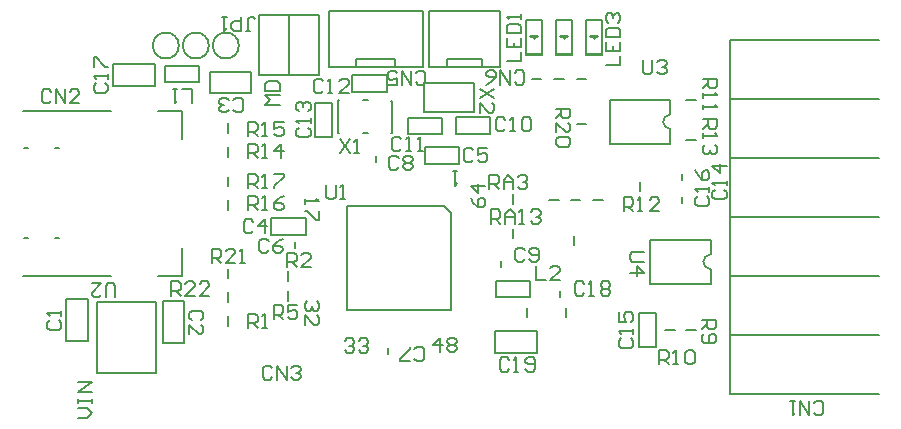
<source format=gto>
%FSLAX43Y43*%
%MOMM*%
G71*
G01*
G75*
G04 Layer_Color=65535*
%ADD10R,0.800X0.900*%
%ADD11R,2.880X1.120*%
%ADD12R,0.900X1.270*%
%ADD13R,1.000X1.800*%
%ADD14R,1.400X1.200*%
%ADD15R,0.300X1.600*%
%ADD16R,1.600X0.300*%
%ADD17R,0.900X0.800*%
%ADD18R,0.508X0.559*%
%ADD19R,1.270X0.900*%
G04:AMPARAMS|DCode=20|XSize=1.9mm|YSize=3.3mm|CornerRadius=0mm|HoleSize=0mm|Usage=FLASHONLY|Rotation=180.000|XOffset=0mm|YOffset=0mm|HoleType=Round|Shape=Octagon|*
%AMOCTAGOND20*
4,1,8,0.475,-1.650,-0.475,-1.650,-0.950,-1.175,-0.950,1.175,-0.475,1.650,0.475,1.650,0.950,1.175,0.950,-1.175,0.475,-1.650,0.0*
%
%ADD20OCTAGOND20*%

%ADD21R,0.700X1.800*%
%ADD22R,0.700X1.350*%
%ADD23R,0.800X0.800*%
%ADD24R,1.600X2.200*%
%ADD25R,1.350X0.400*%
%ADD26R,1.900X1.900*%
%ADD27R,1.900X1.800*%
%ADD28R,0.600X1.400*%
%ADD29R,1.800X2.500*%
%ADD30C,0.200*%
%ADD31C,0.400*%
%ADD32C,0.300*%
%ADD33R,0.550X11.375*%
%ADD34R,0.550X2.225*%
%ADD35R,0.550X2.300*%
%ADD36R,1.975X0.550*%
%ADD37R,1.400X0.400*%
%ADD38R,0.400X1.400*%
%ADD39R,1.400X0.400*%
%ADD40R,2.150X0.500*%
%ADD41R,0.500X2.150*%
%ADD42C,0.600*%
%ADD43C,3.200*%
%ADD44C,1.000*%
%ADD45C,1.500*%
%ADD46C,1.700*%
%ADD47C,2.000*%
%ADD48C,1.800*%
%ADD49R,1.143X1.270*%
%ADD50R,4.800X0.650*%
%ADD51R,0.650X4.800*%
%ADD52R,3.175X0.650*%
%ADD53R,0.500X3.425*%
%ADD54R,3.625X0.600*%
%ADD55R,0.600X3.625*%
%ADD56C,0.254*%
D30*
X109150Y90517D02*
G03*
X109150Y89283I0J-617D01*
G01*
X105750Y102367D02*
G03*
X105750Y101133I0J-617D01*
G01*
X64120Y108200D02*
G03*
X64120Y108200I-1100J0D01*
G01*
X69200D02*
G03*
X69200Y108200I-1100J0D01*
G01*
X66660D02*
G03*
X66660Y108200I-1100J0D01*
G01*
X73400Y86594D02*
Y87406D01*
X50900Y88700D02*
X58400D01*
X50900Y102700D02*
X58400D01*
X64400Y100300D02*
Y102700D01*
X62400Y88700D02*
X64400D01*
X62400Y102700D02*
X64400D01*
Y88700D02*
Y91100D01*
X90950Y86900D02*
X93850D01*
Y88300D01*
X90950D02*
X93850D01*
X90950Y86900D02*
Y88300D01*
X90900Y82200D02*
Y84000D01*
X94450Y82200D02*
Y84000D01*
X90900D02*
X94450D01*
X90900Y82200D02*
X94450D01*
X87575Y100725D02*
Y102125D01*
X90475D01*
Y100725D02*
Y102125D01*
X87575Y100725D02*
X90475D01*
X84900Y102600D02*
Y105000D01*
X89100Y102600D02*
Y105000D01*
X84900D02*
X89100D01*
X84900Y102600D02*
X89100D01*
X81725Y104300D02*
Y105700D01*
X78825Y104300D02*
X81725D01*
X78825D02*
Y105700D01*
X81725D01*
X77600Y103600D02*
X77700D01*
X77600Y100800D02*
X77700D01*
X82100D02*
X82200D01*
X82100Y103500D02*
X82200Y103400D01*
X77600Y100800D02*
Y103600D01*
X79700D02*
X80100D01*
X82200Y100800D02*
Y103400D01*
X79700Y100800D02*
X80100D01*
X78400Y85800D02*
Y94600D01*
X87200Y85800D02*
Y94000D01*
X78400Y94600D02*
X86600D01*
X78400Y85800D02*
X87200D01*
X86600Y94600D02*
X87200Y94000D01*
X75675Y100475D02*
X77075D01*
X75675D02*
Y103375D01*
X77075D01*
Y100475D02*
Y103375D01*
X68300Y98794D02*
Y99606D01*
Y100794D02*
Y101606D01*
Y96294D02*
Y97106D01*
Y94269D02*
Y95081D01*
X74850Y92200D02*
Y93600D01*
X71950Y92200D02*
X74850D01*
X71950D02*
Y93600D01*
X74850D01*
X68300Y88494D02*
Y89306D01*
Y86494D02*
Y87306D01*
Y84494D02*
Y85306D01*
X103100Y82650D02*
X104500D01*
X103100D02*
Y85550D01*
X104500D01*
Y82650D02*
Y85550D01*
X105294Y84100D02*
X106106D01*
X107094D02*
X107906D01*
X87850Y98200D02*
Y99600D01*
X84950Y98200D02*
X87850D01*
X84950D02*
Y99600D01*
X87850D01*
X91400Y89446D02*
Y89954D01*
X56400Y83225D02*
Y86775D01*
X54600Y83225D02*
Y86775D01*
X56400D01*
X54600Y83225D02*
X56400D01*
X57200Y86512D02*
X62200D01*
Y80513D02*
Y86512D01*
X57200Y80513D02*
X62200D01*
X57200D02*
Y86512D01*
X62800Y83025D02*
Y86575D01*
X64600Y83025D02*
Y86575D01*
X62800Y83025D02*
X64600D01*
X62800Y86575D02*
X64600D01*
X99194Y95100D02*
X100006D01*
X97294D02*
X98106D01*
X95494D02*
X96306D01*
X93600Y85194D02*
Y86006D01*
X96900Y85194D02*
Y86006D01*
X93994Y105400D02*
X94806D01*
X96035Y107425D02*
X97385D01*
X96035Y110325D02*
X97385D01*
X96035Y107425D02*
Y110325D01*
X97385Y107425D02*
Y110325D01*
X96035Y107525D02*
X97385D01*
X95894Y105400D02*
X96706D01*
X51050Y99500D02*
X51350D01*
X51050Y91900D02*
X51350D01*
X53675Y99500D02*
X53975D01*
X53675Y91900D02*
X53975D01*
X97794Y105400D02*
X98606D01*
X97600Y91294D02*
Y92106D01*
X109150Y90517D02*
Y91750D01*
Y88050D02*
Y89283D01*
X104050Y88050D02*
Y91750D01*
X109150D01*
X104050Y88050D02*
X109150D01*
X105750Y102367D02*
Y103600D01*
Y99900D02*
Y101133D01*
X100650Y99900D02*
Y103600D01*
X105750D01*
X100650Y99900D02*
X105750D01*
X97794Y101600D02*
X98606D01*
X107094Y100200D02*
X107906D01*
X107094Y103600D02*
X107906D01*
X98575Y107525D02*
X99925D01*
Y107425D02*
Y110325D01*
X98575Y107425D02*
Y110325D01*
X99925D01*
X98575Y107425D02*
X99925D01*
X103200Y95869D02*
Y96681D01*
X92375Y91869D02*
Y92681D01*
X92400Y94794D02*
Y95606D01*
X66725Y104200D02*
X70275D01*
X66725Y106000D02*
X70275D01*
Y104200D02*
Y106000D01*
X66725Y104200D02*
Y106000D01*
X62950Y105100D02*
Y106500D01*
X65850D01*
Y105100D02*
Y106500D01*
X62950Y105100D02*
X65850D01*
X58525Y106600D02*
X62075D01*
X58525Y104800D02*
X62075D01*
X58525D02*
Y106600D01*
X62075Y104800D02*
Y106600D01*
X86800Y106400D02*
Y107100D01*
X85300Y111100D02*
X91300D01*
X85300Y106400D02*
X91300D01*
Y111100D01*
X85300Y106400D02*
Y111100D01*
X86800Y107100D02*
X89800D01*
Y106400D02*
Y107100D01*
X73400Y88294D02*
Y89106D01*
X79100Y106400D02*
Y107100D01*
X76800Y111100D02*
X84800D01*
X76800Y106400D02*
X84800D01*
Y111100D01*
X76800Y106400D02*
Y111100D01*
X79100Y107100D02*
X82400D01*
Y106400D02*
Y107100D01*
X96400Y86946D02*
Y87454D01*
X80775Y98371D02*
Y98879D01*
X74000Y91046D02*
Y91554D01*
X81850Y82046D02*
Y82554D01*
X106700Y94846D02*
Y95354D01*
Y96846D02*
Y97354D01*
X86400Y100700D02*
Y102100D01*
X83500Y100700D02*
X86400D01*
X83500D02*
Y102100D01*
X86400D01*
X110800Y83700D02*
X123400D01*
X110800Y78700D02*
X123400D01*
X110800Y108700D02*
X123400D01*
X110800Y78700D02*
Y108700D01*
Y88700D02*
X123400D01*
X110800Y93700D02*
X123400D01*
X110800Y98700D02*
X123400D01*
X110800Y103700D02*
X123400D01*
X76010Y105680D02*
Y110760D01*
X70930Y105680D02*
Y110760D01*
X76000D01*
X70930Y105680D02*
X76000D01*
X73470D02*
Y110760D01*
X93495Y107425D02*
X94845D01*
X93495Y110325D02*
X94845D01*
X93495Y107425D02*
Y110325D01*
X94845Y107425D02*
Y110325D01*
X93495Y107525D02*
X94845D01*
X63475Y87025D02*
Y88225D01*
X64075D01*
X64275Y88025D01*
Y87625D01*
X64075Y87425D01*
X63475D01*
X63875D02*
X64275Y87025D01*
X65474D02*
X64675D01*
X65474Y87825D01*
Y88025D01*
X65274Y88225D01*
X64875D01*
X64675Y88025D01*
X66674Y87025D02*
X65874D01*
X66674Y87825D01*
Y88025D01*
X66474Y88225D01*
X66074D01*
X65874Y88025D01*
X66900Y89800D02*
Y91000D01*
X67500D01*
X67700Y90800D01*
Y90400D01*
X67500Y90200D01*
X66900D01*
X67300D02*
X67700Y89800D01*
X68899D02*
X68100D01*
X68899Y90600D01*
Y90800D01*
X68699Y91000D01*
X68300D01*
X68100Y90800D01*
X69299Y89800D02*
X69699D01*
X69499D01*
Y91000D01*
X69299Y90800D01*
X90800Y104525D02*
X89600Y103725D01*
X90800D02*
X89600Y104525D01*
Y102526D02*
Y103325D01*
X90400Y102526D01*
X90600D01*
X90800Y102726D01*
Y103125D01*
X90600Y103325D01*
X77775Y100275D02*
X78575Y99075D01*
Y100275D02*
X77775Y99075D01*
X78975D02*
X79374D01*
X79175D01*
Y100275D01*
X78975Y100075D01*
X103500Y90700D02*
X102500D01*
X102300Y90500D01*
Y90100D01*
X102500Y89900D01*
X103500D01*
X102300Y88901D02*
X103500D01*
X102900Y89500D01*
Y88701D01*
X103425Y107000D02*
Y106000D01*
X103625Y105800D01*
X104025D01*
X104225Y106000D01*
Y107000D01*
X104625Y106800D02*
X104825Y107000D01*
X105224D01*
X105424Y106800D01*
Y106600D01*
X105224Y106400D01*
X105024D01*
X105224D01*
X105424Y106200D01*
Y106000D01*
X105224Y105800D01*
X104825D01*
X104625Y106000D01*
X58750Y86875D02*
Y87875D01*
X58550Y88075D01*
X58150D01*
X57950Y87875D01*
Y86875D01*
X56751Y88075D02*
X57550D01*
X56751Y87275D01*
Y87075D01*
X56951Y86875D01*
X57350D01*
X57550Y87075D01*
X76600Y96400D02*
Y95400D01*
X76800Y95200D01*
X77200D01*
X77400Y95400D01*
Y96400D01*
X77800Y95200D02*
X78199D01*
X78000D01*
Y96400D01*
X77800Y96200D01*
X90550Y93125D02*
Y94325D01*
X91150D01*
X91350Y94125D01*
Y93725D01*
X91150Y93525D01*
X90550D01*
X90950D02*
X91350Y93125D01*
X91750D02*
Y93925D01*
X92149Y94325D01*
X92549Y93925D01*
Y93125D01*
Y93725D01*
X91750D01*
X92949Y93125D02*
X93349D01*
X93149D01*
Y94325D01*
X92949Y94125D01*
X93949D02*
X94149Y94325D01*
X94549D01*
X94749Y94125D01*
Y93925D01*
X94549Y93725D01*
X94349D01*
X94549D01*
X94749Y93525D01*
Y93325D01*
X94549Y93125D01*
X94149D01*
X93949Y93325D01*
X90425Y96050D02*
Y97250D01*
X91025D01*
X91225Y97050D01*
Y96650D01*
X91025Y96450D01*
X90425D01*
X90825D02*
X91225Y96050D01*
X91625D02*
Y96850D01*
X92024Y97250D01*
X92424Y96850D01*
Y96050D01*
Y96650D01*
X91625D01*
X92824Y97050D02*
X93024Y97250D01*
X93424D01*
X93624Y97050D01*
Y96850D01*
X93424Y96650D01*
X93224D01*
X93424D01*
X93624Y96450D01*
Y96250D01*
X93424Y96050D01*
X93024D01*
X92824Y96250D01*
X70000Y96100D02*
Y97300D01*
X70600D01*
X70800Y97100D01*
Y96700D01*
X70600Y96500D01*
X70000D01*
X70400D02*
X70800Y96100D01*
X71200D02*
X71599D01*
X71400D01*
Y97300D01*
X71200Y97100D01*
X72199Y97300D02*
X72999D01*
Y97100D01*
X72199Y96300D01*
Y96100D01*
X70000Y94275D02*
Y95475D01*
X70600D01*
X70800Y95275D01*
Y94875D01*
X70600Y94675D01*
X70000D01*
X70400D02*
X70800Y94275D01*
X71200D02*
X71599D01*
X71400D01*
Y95475D01*
X71200Y95275D01*
X72999Y95475D02*
X72599Y95275D01*
X72199Y94875D01*
Y94475D01*
X72399Y94275D01*
X72799D01*
X72999Y94475D01*
Y94675D01*
X72799Y94875D01*
X72199D01*
X70000Y100500D02*
Y101700D01*
X70600D01*
X70800Y101500D01*
Y101100D01*
X70600Y100900D01*
X70000D01*
X70400D02*
X70800Y100500D01*
X71200D02*
X71599D01*
X71400D01*
Y101700D01*
X71200Y101500D01*
X72999Y101700D02*
X72199D01*
Y101100D01*
X72599Y101300D01*
X72799D01*
X72999Y101100D01*
Y100700D01*
X72799Y100500D01*
X72399D01*
X72199Y100700D01*
X70000Y98700D02*
Y99900D01*
X70600D01*
X70800Y99700D01*
Y99300D01*
X70600Y99100D01*
X70000D01*
X70400D02*
X70800Y98700D01*
X71200D02*
X71599D01*
X71400D01*
Y99900D01*
X71200Y99700D01*
X72799Y98700D02*
Y99900D01*
X72199Y99300D01*
X72999D01*
X96075Y102850D02*
X97275D01*
Y102250D01*
X97075Y102050D01*
X96675D01*
X96475Y102250D01*
Y102850D01*
Y102450D02*
X96075Y102050D01*
Y100851D02*
Y101650D01*
X96875Y100851D01*
X97075D01*
X97275Y101051D01*
Y101450D01*
X97075Y101650D01*
Y100451D02*
X97275Y100251D01*
Y99851D01*
X97075Y99651D01*
X96275D01*
X96075Y99851D01*
Y100251D01*
X96275Y100451D01*
X97075D01*
X101775Y94150D02*
Y95350D01*
X102375D01*
X102575Y95150D01*
Y94750D01*
X102375Y94550D01*
X101775D01*
X102175D02*
X102575Y94150D01*
X102975D02*
X103374D01*
X103175D01*
Y95350D01*
X102975Y95150D01*
X104774Y94150D02*
X103974D01*
X104774Y94950D01*
Y95150D01*
X104574Y95350D01*
X104174D01*
X103974Y95150D01*
X108500Y105400D02*
X109700D01*
Y104800D01*
X109500Y104600D01*
X109100D01*
X108900Y104800D01*
Y105400D01*
Y105000D02*
X108500Y104600D01*
Y104200D02*
Y103801D01*
Y104000D01*
X109700D01*
X109500Y104200D01*
X108500Y103201D02*
Y102801D01*
Y103001D01*
X109700D01*
X109500Y103201D01*
X108500Y101975D02*
X109700D01*
Y101375D01*
X109500Y101175D01*
X109100D01*
X108900Y101375D01*
Y101975D01*
Y101575D02*
X108500Y101175D01*
Y100775D02*
Y100376D01*
Y100575D01*
X109700D01*
X109500Y100775D01*
Y99776D02*
X109700Y99576D01*
Y99176D01*
X109500Y98976D01*
X109300D01*
X109100Y99176D01*
Y99376D01*
Y99176D01*
X108900Y98976D01*
X108700D01*
X108500Y99176D01*
Y99576D01*
X108700Y99776D01*
X108400Y85000D02*
X109600D01*
Y84400D01*
X109400Y84200D01*
X109000D01*
X108800Y84400D01*
Y85000D01*
Y84600D02*
X108400Y84200D01*
X108600Y83800D02*
X108400Y83600D01*
Y83201D01*
X108600Y83001D01*
X109400D01*
X109600Y83201D01*
Y83600D01*
X109400Y83800D01*
X109200D01*
X109000Y83600D01*
Y83001D01*
X72150Y85025D02*
Y86225D01*
X72750D01*
X72950Y86025D01*
Y85625D01*
X72750Y85425D01*
X72150D01*
X72550D02*
X72950Y85025D01*
X74149Y86225D02*
X73350D01*
Y85625D01*
X73749Y85825D01*
X73949D01*
X74149Y85625D01*
Y85225D01*
X73949Y85025D01*
X73550D01*
X73350Y85225D01*
X73300Y89450D02*
Y90650D01*
X73900D01*
X74100Y90450D01*
Y90050D01*
X73900Y89850D01*
X73300D01*
X73700D02*
X74100Y89450D01*
X75299D02*
X74500D01*
X75299Y90250D01*
Y90450D01*
X75099Y90650D01*
X74700D01*
X74500Y90450D01*
X70000Y84300D02*
Y85500D01*
X70600D01*
X70800Y85300D01*
Y84900D01*
X70600Y84700D01*
X70000D01*
X70400D02*
X70800Y84300D01*
X71200D02*
X71599D01*
X71400D01*
Y85500D01*
X71200Y85300D01*
X91875Y106850D02*
X93075D01*
Y107650D01*
X91875Y108849D02*
Y108050D01*
X93075D01*
Y108849D01*
X92475Y108050D02*
Y108449D01*
X91875Y109249D02*
X93075D01*
Y109849D01*
X92875Y110049D01*
X92075D01*
X91875Y109849D01*
Y109249D01*
X93075Y110449D02*
Y110849D01*
Y110649D01*
X91875D01*
X92075Y110449D01*
X65200Y103300D02*
Y104500D01*
X64400D01*
X64000D02*
X63601D01*
X63800D01*
Y103300D01*
X64000Y103500D01*
X69780Y109450D02*
X70180D01*
X69980D01*
Y110450D01*
X70180Y110650D01*
X70380D01*
X70580Y110450D01*
X69380Y110650D02*
Y109450D01*
X68781D01*
X68581Y109650D01*
Y110050D01*
X68781Y110250D01*
X69380D01*
X68181Y110650D02*
X67781D01*
X67981D01*
Y109450D01*
X68181Y109650D01*
X92550Y105100D02*
X92750Y104900D01*
X93150D01*
X93350Y105100D01*
Y105900D01*
X93150Y106100D01*
X92750D01*
X92550Y105900D01*
X92150Y106100D02*
Y104900D01*
X91351Y106100D01*
Y104900D01*
X90151D02*
X90551Y105100D01*
X90951Y105500D01*
Y105900D01*
X90751Y106100D01*
X90351D01*
X90151Y105900D01*
Y105700D01*
X90351Y105500D01*
X90951D01*
X84200Y105075D02*
X84400Y104875D01*
X84800D01*
X85000Y105075D01*
Y105875D01*
X84800Y106075D01*
X84400D01*
X84200Y105875D01*
X83800Y106075D02*
Y104875D01*
X83001Y106075D01*
Y104875D01*
X81801D02*
X82601D01*
Y105475D01*
X82201Y105275D01*
X82001D01*
X81801Y105475D01*
Y105875D01*
X82001Y106075D01*
X82401D01*
X82601Y105875D01*
X72050Y80900D02*
X71850Y81100D01*
X71450D01*
X71250Y80900D01*
Y80100D01*
X71450Y79900D01*
X71850D01*
X72050Y80100D01*
X72450Y79900D02*
Y81100D01*
X73249Y79900D01*
Y81100D01*
X73649Y80900D02*
X73849Y81100D01*
X74249D01*
X74449Y80900D01*
Y80700D01*
X74249Y80500D01*
X74049D01*
X74249D01*
X74449Y80300D01*
Y80100D01*
X74249Y79900D01*
X73849D01*
X73649Y80100D01*
X53300Y104300D02*
X53100Y104500D01*
X52700D01*
X52500Y104300D01*
Y103500D01*
X52700Y103300D01*
X53100D01*
X53300Y103500D01*
X53700Y103300D02*
Y104500D01*
X54499Y103300D01*
Y104500D01*
X55699Y103300D02*
X54899D01*
X55699Y104100D01*
Y104300D01*
X55499Y104500D01*
X55099D01*
X54899Y104300D01*
X117900Y77100D02*
X118100Y76900D01*
X118500D01*
X118700Y77100D01*
Y77900D01*
X118500Y78100D01*
X118100D01*
X117900Y77900D01*
X117500Y78100D02*
Y76900D01*
X116701Y78100D01*
Y76900D01*
X116301Y78100D02*
X115901D01*
X116101D01*
Y76900D01*
X116301Y77100D01*
X98450Y88025D02*
X98250Y88225D01*
X97850D01*
X97650Y88025D01*
Y87225D01*
X97850Y87025D01*
X98250D01*
X98450Y87225D01*
X98850Y87025D02*
X99249D01*
X99050D01*
Y88225D01*
X98850Y88025D01*
X99849D02*
X100049Y88225D01*
X100449D01*
X100649Y88025D01*
Y87825D01*
X100449Y87625D01*
X100649Y87425D01*
Y87225D01*
X100449Y87025D01*
X100049D01*
X99849Y87225D01*
Y87425D01*
X100049Y87625D01*
X99849Y87825D01*
Y88025D01*
X100049Y87625D02*
X100449D01*
X57100Y105000D02*
X56900Y104800D01*
Y104400D01*
X57100Y104200D01*
X57900D01*
X58100Y104400D01*
Y104800D01*
X57900Y105000D01*
X58100Y105400D02*
Y105799D01*
Y105600D01*
X56900D01*
X57100Y105400D01*
X56900Y106399D02*
Y107199D01*
X57100D01*
X57900Y106399D01*
X58100D01*
X108050Y95425D02*
X107850Y95225D01*
Y94825D01*
X108050Y94625D01*
X108850D01*
X109050Y94825D01*
Y95225D01*
X108850Y95425D01*
X109050Y95825D02*
Y96224D01*
Y96025D01*
X107850D01*
X108050Y95825D01*
X107850Y97624D02*
X108050Y97224D01*
X108450Y96824D01*
X108850D01*
X109050Y97024D01*
Y97424D01*
X108850Y97624D01*
X108650D01*
X108450Y97424D01*
Y96824D01*
X101600Y83400D02*
X101400Y83200D01*
Y82800D01*
X101600Y82600D01*
X102400D01*
X102600Y82800D01*
Y83200D01*
X102400Y83400D01*
X102600Y83800D02*
Y84199D01*
Y84000D01*
X101400D01*
X101600Y83800D01*
X101400Y85599D02*
Y84799D01*
X102000D01*
X101800Y85199D01*
Y85399D01*
X102000Y85599D01*
X102400D01*
X102600Y85399D01*
Y84999D01*
X102400Y84799D01*
X109500Y95975D02*
X109300Y95775D01*
Y95375D01*
X109500Y95175D01*
X110300D01*
X110500Y95375D01*
Y95775D01*
X110300Y95975D01*
X110500Y96375D02*
Y96774D01*
Y96575D01*
X109300D01*
X109500Y96375D01*
X110500Y97974D02*
X109300D01*
X109900Y97374D01*
Y98174D01*
X74275Y101225D02*
X74075Y101025D01*
Y100625D01*
X74275Y100425D01*
X75075D01*
X75275Y100625D01*
Y101025D01*
X75075Y101225D01*
X75275Y101625D02*
Y102024D01*
Y101825D01*
X74075D01*
X74275Y101625D01*
Y102624D02*
X74075Y102824D01*
Y103224D01*
X74275Y103424D01*
X74475D01*
X74675Y103224D01*
Y103024D01*
Y103224D01*
X74875Y103424D01*
X75075D01*
X75275Y103224D01*
Y102824D01*
X75075Y102624D01*
X76325Y105175D02*
X76125Y105375D01*
X75725D01*
X75525Y105175D01*
Y104375D01*
X75725Y104175D01*
X76125D01*
X76325Y104375D01*
X76725Y104175D02*
X77124D01*
X76925D01*
Y105375D01*
X76725Y105175D01*
X78524Y104175D02*
X77724D01*
X78524Y104975D01*
Y105175D01*
X78324Y105375D01*
X77924D01*
X77724Y105175D01*
X82975Y100250D02*
X82775Y100450D01*
X82375D01*
X82175Y100250D01*
Y99450D01*
X82375Y99250D01*
X82775D01*
X82975Y99450D01*
X83375Y99250D02*
X83774D01*
X83575D01*
Y100450D01*
X83375Y100250D01*
X84374Y99250D02*
X84774D01*
X84574D01*
Y100450D01*
X84374Y100250D01*
X91775Y101925D02*
X91575Y102125D01*
X91175D01*
X90975Y101925D01*
Y101125D01*
X91175Y100925D01*
X91575D01*
X91775Y101125D01*
X92175Y100925D02*
X92574D01*
X92375D01*
Y102125D01*
X92175Y101925D01*
X93174D02*
X93374Y102125D01*
X93774D01*
X93974Y101925D01*
Y101125D01*
X93774Y100925D01*
X93374D01*
X93174Y101125D01*
Y101925D01*
X93400Y90900D02*
X93200Y91100D01*
X92800D01*
X92600Y90900D01*
Y90100D01*
X92800Y89900D01*
X93200D01*
X93400Y90100D01*
X93800D02*
X94000Y89900D01*
X94399D01*
X94599Y90100D01*
Y90900D01*
X94399Y91100D01*
X94000D01*
X93800Y90900D01*
Y90700D01*
X94000Y90500D01*
X94599D01*
X82725Y98675D02*
X82525Y98875D01*
X82125D01*
X81925Y98675D01*
Y97875D01*
X82125Y97675D01*
X82525D01*
X82725Y97875D01*
X83125Y98675D02*
X83325Y98875D01*
X83724D01*
X83924Y98675D01*
Y98475D01*
X83724Y98275D01*
X83924Y98075D01*
Y97875D01*
X83724Y97675D01*
X83325D01*
X83125Y97875D01*
Y98075D01*
X83325Y98275D01*
X83125Y98475D01*
Y98675D01*
X83325Y98275D02*
X83724D01*
X84075Y81700D02*
X84275Y81500D01*
X84675D01*
X84875Y81700D01*
Y82500D01*
X84675Y82700D01*
X84275D01*
X84075Y82500D01*
X83675Y81500D02*
X82876D01*
Y81700D01*
X83675Y82500D01*
Y82700D01*
X71725Y91650D02*
X71525Y91850D01*
X71125D01*
X70925Y91650D01*
Y90850D01*
X71125Y90650D01*
X71525D01*
X71725Y90850D01*
X72924Y91850D02*
X72524Y91650D01*
X72125Y91250D01*
Y90850D01*
X72325Y90650D01*
X72724D01*
X72924Y90850D01*
Y91050D01*
X72724Y91250D01*
X72125D01*
X89050Y99325D02*
X88850Y99525D01*
X88450D01*
X88250Y99325D01*
Y98525D01*
X88450Y98325D01*
X88850D01*
X89050Y98525D01*
X90249Y99525D02*
X89450D01*
Y98925D01*
X89849Y99125D01*
X90049D01*
X90249Y98925D01*
Y98525D01*
X90049Y98325D01*
X89650D01*
X89450Y98525D01*
X70400Y93300D02*
X70200Y93500D01*
X69800D01*
X69600Y93300D01*
Y92500D01*
X69800Y92300D01*
X70200D01*
X70400Y92500D01*
X71399Y92300D02*
Y93500D01*
X70800Y92900D01*
X71599D01*
X68750Y102750D02*
X68950Y102550D01*
X69350D01*
X69550Y102750D01*
Y103550D01*
X69350Y103750D01*
X68950D01*
X68750Y103550D01*
X68350Y102750D02*
X68150Y102550D01*
X67751D01*
X67551Y102750D01*
Y102950D01*
X67751Y103150D01*
X67951D01*
X67751D01*
X67551Y103350D01*
Y103550D01*
X67751Y103750D01*
X68150D01*
X68350Y103550D01*
X66000Y84950D02*
X66200Y85150D01*
Y85550D01*
X66000Y85750D01*
X65200D01*
X65000Y85550D01*
Y85150D01*
X65200Y84950D01*
X65000Y83751D02*
Y84550D01*
X65800Y83751D01*
X66000D01*
X66200Y83951D01*
Y84350D01*
X66000Y84550D01*
X53175Y84925D02*
X52975Y84725D01*
Y84325D01*
X53175Y84125D01*
X53975D01*
X54175Y84325D01*
Y84725D01*
X53975Y84925D01*
X54175Y85325D02*
Y85724D01*
Y85525D01*
X52975D01*
X53175Y85325D01*
X100300Y106525D02*
X101500D01*
Y107325D01*
X100300Y108524D02*
Y107725D01*
X101500D01*
Y108524D01*
X100900Y107725D02*
Y108124D01*
X100300Y108924D02*
X101500D01*
Y109524D01*
X101300Y109724D01*
X100500D01*
X100300Y109524D01*
Y108924D01*
X100500Y110124D02*
X100300Y110324D01*
Y110724D01*
X100500Y110924D01*
X100700D01*
X100900Y110724D01*
Y110524D01*
Y110724D01*
X101100Y110924D01*
X101300D01*
X101500Y110724D01*
Y110324D01*
X101300Y110124D01*
X104800Y81200D02*
Y82400D01*
X105400D01*
X105600Y82200D01*
Y81800D01*
X105400Y81600D01*
X104800D01*
X105200D02*
X105600Y81200D01*
X106000D02*
X106399D01*
X106200D01*
Y82400D01*
X106000Y82200D01*
X106999D02*
X107199Y82400D01*
X107599D01*
X107799Y82200D01*
Y81400D01*
X107599Y81200D01*
X107199D01*
X106999Y81400D01*
Y82200D01*
X92075Y81600D02*
X91875Y81800D01*
X91475D01*
X91275Y81600D01*
Y80800D01*
X91475Y80600D01*
X91875D01*
X92075Y80800D01*
X92475Y80600D02*
X92874D01*
X92675D01*
Y81800D01*
X92475Y81600D01*
X93474Y80800D02*
X93674Y80600D01*
X94074D01*
X94274Y80800D01*
Y81600D01*
X94074Y81800D01*
X93674D01*
X93474Y81600D01*
Y81400D01*
X93674Y81200D01*
X94274D01*
X94375Y89525D02*
Y88325D01*
X95175D01*
X96374D02*
X95575D01*
X96374Y89125D01*
Y89325D01*
X96174Y89525D01*
X95775D01*
X95575Y89325D01*
X74775Y95225D02*
Y94825D01*
Y95025D01*
X75975D01*
X75775Y95225D01*
X75975Y94225D02*
Y93426D01*
X75775D01*
X74975Y94225D01*
X74775D01*
X88850Y95300D02*
X89050Y94900D01*
X89450Y94500D01*
X89850D01*
X90050Y94700D01*
Y95100D01*
X89850Y95300D01*
X89650D01*
X89450Y95100D01*
Y94500D01*
X90050Y96299D02*
X88850D01*
X89450Y95700D01*
Y96499D01*
X86250Y82275D02*
Y83475D01*
X85650Y82875D01*
X86450D01*
X86850Y83275D02*
X87050Y83475D01*
X87449D01*
X87649Y83275D01*
Y83075D01*
X87449Y82875D01*
X87649Y82675D01*
Y82475D01*
X87449Y82275D01*
X87050D01*
X86850Y82475D01*
Y82675D01*
X87050Y82875D01*
X86850Y83075D01*
Y83275D01*
X87050Y82875D02*
X87449D01*
X75800Y86550D02*
X76000Y86350D01*
Y85950D01*
X75800Y85750D01*
X75600D01*
X75400Y85950D01*
Y86150D01*
Y85950D01*
X75200Y85750D01*
X75000D01*
X74800Y85950D01*
Y86350D01*
X75000Y86550D01*
X74800Y84551D02*
Y85350D01*
X75600Y84551D01*
X75800D01*
X76000Y84751D01*
Y85150D01*
X75800Y85350D01*
X87700Y97550D02*
X87300D01*
X87500D01*
Y96350D01*
X87700Y96550D01*
X78150Y83200D02*
X78350Y83400D01*
X78750D01*
X78950Y83200D01*
Y83000D01*
X78750Y82800D01*
X78550D01*
X78750D01*
X78950Y82600D01*
Y82400D01*
X78750Y82200D01*
X78350D01*
X78150Y82400D01*
X79350Y83200D02*
X79550Y83400D01*
X79949D01*
X80149Y83200D01*
Y83000D01*
X79949Y82800D01*
X79749D01*
X79949D01*
X80149Y82600D01*
Y82400D01*
X79949Y82200D01*
X79550D01*
X79350Y82400D01*
X55550Y76700D02*
X56350D01*
X56750Y77100D01*
X56350Y77500D01*
X55550D01*
Y77900D02*
Y78299D01*
Y78100D01*
X56750D01*
Y77900D01*
Y78299D01*
Y78899D02*
X55550D01*
X56750Y79699D01*
X55550D01*
X72650Y103175D02*
X71450D01*
X71850Y103575D01*
X71450Y103975D01*
X72650D01*
X71450Y104375D02*
X72650D01*
Y104974D01*
X72450Y105174D01*
X71650D01*
X71450Y104974D01*
Y104375D01*
D56*
X96410Y109000D02*
X97010D01*
X96710Y108800D02*
Y108954D01*
X99250Y108800D02*
Y108954D01*
X98950Y109000D02*
X99550D01*
X93870D02*
X94470D01*
X94170Y108800D02*
Y108954D01*
M02*

</source>
